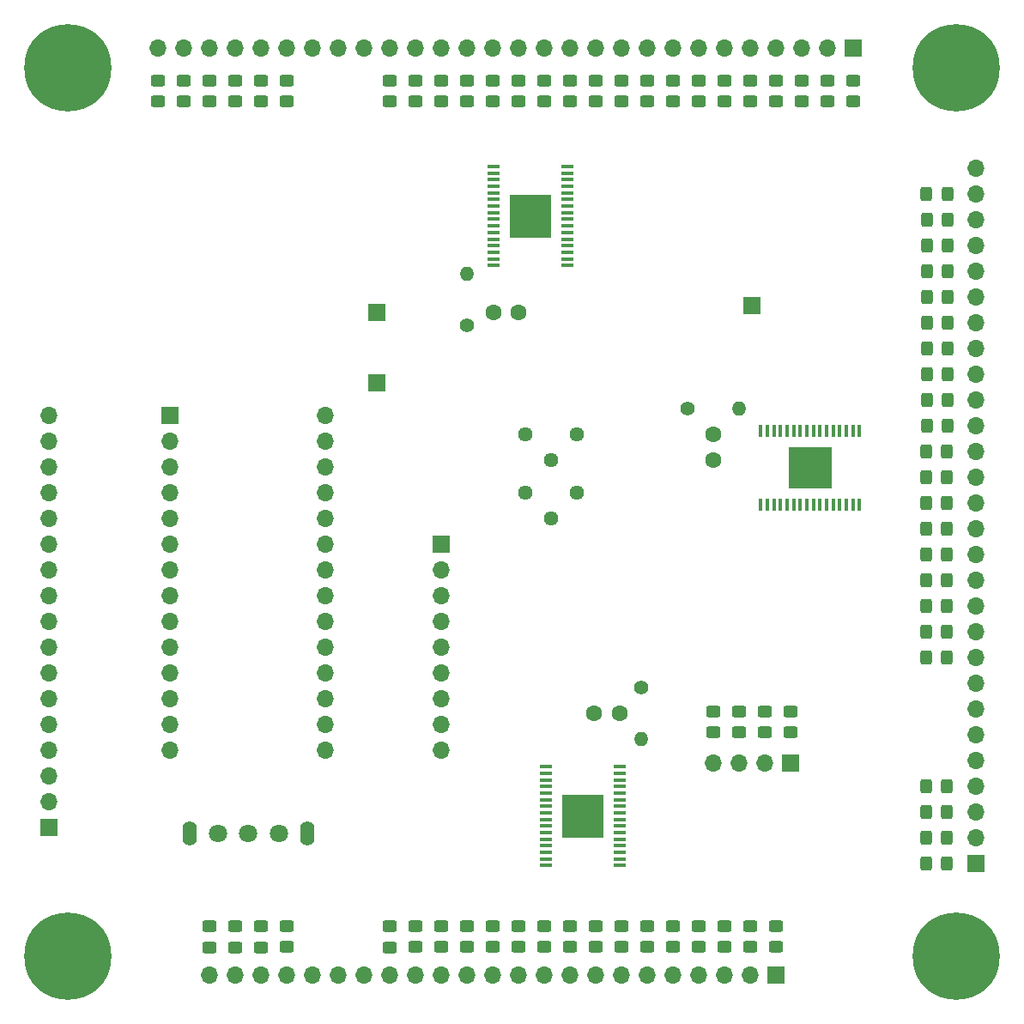
<source format=gbr>
%TF.GenerationSoftware,KiCad,Pcbnew,7.0.7*%
%TF.CreationDate,2025-03-05T11:48:48-06:00*%
%TF.ProjectId,LED-100,4c45442d-3130-4302-9e6b-696361645f70,rev?*%
%TF.SameCoordinates,Original*%
%TF.FileFunction,Soldermask,Top*%
%TF.FilePolarity,Negative*%
%FSLAX46Y46*%
G04 Gerber Fmt 4.6, Leading zero omitted, Abs format (unit mm)*
G04 Created by KiCad (PCBNEW 7.0.7) date 2025-03-05 11:48:48*
%MOMM*%
%LPD*%
G01*
G04 APERTURE LIST*
G04 Aperture macros list*
%AMRoundRect*
0 Rectangle with rounded corners*
0 $1 Rounding radius*
0 $2 $3 $4 $5 $6 $7 $8 $9 X,Y pos of 4 corners*
0 Add a 4 corners polygon primitive as box body*
4,1,4,$2,$3,$4,$5,$6,$7,$8,$9,$2,$3,0*
0 Add four circle primitives for the rounded corners*
1,1,$1+$1,$2,$3*
1,1,$1+$1,$4,$5*
1,1,$1+$1,$6,$7*
1,1,$1+$1,$8,$9*
0 Add four rect primitives between the rounded corners*
20,1,$1+$1,$2,$3,$4,$5,0*
20,1,$1+$1,$4,$5,$6,$7,0*
20,1,$1+$1,$6,$7,$8,$9,0*
20,1,$1+$1,$8,$9,$2,$3,0*%
G04 Aperture macros list end*
%ADD10RoundRect,0.250000X-0.450000X0.325000X-0.450000X-0.325000X0.450000X-0.325000X0.450000X0.325000X0*%
%ADD11RoundRect,0.250000X-0.325000X-0.450000X0.325000X-0.450000X0.325000X0.450000X-0.325000X0.450000X0*%
%ADD12C,1.440000*%
%ADD13C,1.600000*%
%ADD14RoundRect,0.250000X0.450000X-0.325000X0.450000X0.325000X-0.450000X0.325000X-0.450000X-0.325000X0*%
%ADD15C,4.700000*%
%ADD16C,8.600000*%
%ADD17R,4.360000X4.110000*%
%ADD18R,0.400000X1.200000*%
%ADD19R,1.700000X1.700000*%
%ADD20O,1.700000X1.700000*%
%ADD21O,1.400000X2.400000*%
%ADD22C,1.800000*%
%ADD23R,4.110000X4.360000*%
%ADD24R,1.200000X0.400000*%
%ADD25C,1.400000*%
%ADD26O,1.400000X1.400000*%
G04 APERTURE END LIST*
D10*
%TO.C,D3b1*%
X44450000Y-110744000D03*
X44450000Y-112794000D03*
%TD*%
%TO.C,D33*%
X69850000Y-110726000D03*
X69850000Y-112776000D03*
%TD*%
%TO.C,D16*%
X41910000Y-110744000D03*
X41910000Y-112794000D03*
%TD*%
%TO.C,D43*%
X80010000Y-110726000D03*
X80010000Y-112776000D03*
%TD*%
D11*
%TO.C,D49*%
X110065600Y-63906400D03*
X112115600Y-63906400D03*
%TD*%
D12*
%TO.C,RV2*%
X75565000Y-62230000D03*
X73025000Y-64770000D03*
X70485000Y-62230000D03*
%TD*%
D10*
%TO.C,D18*%
X46990000Y-110735000D03*
X46990000Y-112785000D03*
%TD*%
D13*
%TO.C,C3*%
X89060403Y-62230000D03*
X89060403Y-64730000D03*
%TD*%
D10*
%TO.C,D19*%
X59690000Y-110726000D03*
X59690000Y-112776000D03*
%TD*%
D14*
%TO.C,D26*%
X87630000Y-29337000D03*
X87630000Y-27287000D03*
%TD*%
D10*
%TO.C,D71*%
X91567000Y-89535000D03*
X91567000Y-91585000D03*
%TD*%
D11*
%TO.C,D36*%
X110100000Y-41046400D03*
X112150000Y-41046400D03*
%TD*%
%TO.C,D55*%
X110014800Y-84226400D03*
X112064800Y-84226400D03*
%TD*%
%TO.C,D50*%
X110014800Y-76606400D03*
X112064800Y-76606400D03*
%TD*%
D10*
%TO.C,D31*%
X92710000Y-110735000D03*
X92710000Y-112785000D03*
%TD*%
D14*
%TO.C,D34*%
X100330000Y-29337000D03*
X100330000Y-27287000D03*
%TD*%
D11*
%TO.C,D52a1*%
X110014800Y-74066400D03*
X112064800Y-74066400D03*
%TD*%
%TO.C,D46*%
X110116400Y-61366400D03*
X112166400Y-61366400D03*
%TD*%
%TO.C,D38*%
X110100000Y-43586400D03*
X112150000Y-43586400D03*
%TD*%
%TO.C,D54*%
X110014800Y-79146400D03*
X112064800Y-79146400D03*
%TD*%
D15*
%TO.C,H2*%
X113030000Y-26035000D03*
D16*
X113030000Y-26035000D03*
%TD*%
D11*
%TO.C,D42*%
X110116400Y-53746400D03*
X112166400Y-53746400D03*
%TD*%
D17*
%TO.C,U3*%
X98605000Y-65538480D03*
D18*
X93730000Y-69188480D03*
X94380000Y-69188480D03*
X95030000Y-69188480D03*
X95680000Y-69188480D03*
X96330000Y-69188480D03*
X96980000Y-69188480D03*
X97630000Y-69188480D03*
X98280000Y-69188480D03*
X98930000Y-69188480D03*
X99580000Y-69188480D03*
X100230000Y-69188480D03*
X100880000Y-69188480D03*
X101530000Y-69188480D03*
X102180000Y-69188480D03*
X102830000Y-69188480D03*
X103480000Y-69188480D03*
X103480000Y-61888480D03*
X102830000Y-61888480D03*
X102180000Y-61888480D03*
X101530000Y-61888480D03*
X100880000Y-61888480D03*
X100230000Y-61888480D03*
X99580000Y-61888480D03*
X98930000Y-61888480D03*
X98280000Y-61888480D03*
X97630000Y-61888480D03*
X96980000Y-61888480D03*
X96330000Y-61888480D03*
X95680000Y-61888480D03*
X95030000Y-61888480D03*
X94380000Y-61888480D03*
X93730000Y-61888480D03*
%TD*%
D13*
%TO.C,C2*%
X79802663Y-89717247D03*
X77302663Y-89717247D03*
%TD*%
D10*
%TO.C,D30*%
X82550000Y-110726000D03*
X82550000Y-112776000D03*
%TD*%
D19*
%TO.C,J7*%
X92870403Y-49530000D03*
%TD*%
D14*
%TO.C,D1*%
X44450000Y-29355000D03*
X44450000Y-27305000D03*
%TD*%
%TO.C,D27*%
X82550000Y-29337000D03*
X82550000Y-27287000D03*
%TD*%
%TO.C,D14*%
X59690000Y-29337000D03*
X59690000Y-27287000D03*
%TD*%
D11*
%TO.C,D44*%
X110116400Y-58826400D03*
X112166400Y-58826400D03*
%TD*%
D14*
%TO.C,D17*%
X77470000Y-29337000D03*
X77470000Y-27287000D03*
%TD*%
D11*
%TO.C,D51*%
X110065600Y-68986400D03*
X112115600Y-68986400D03*
%TD*%
D10*
%TO.C,D15*%
X39370000Y-110744000D03*
X39370000Y-112794000D03*
%TD*%
D14*
%TO.C,D23a1*%
X95250000Y-29355000D03*
X95250000Y-27305000D03*
%TD*%
D10*
%TO.C,D70*%
X94132400Y-89535000D03*
X94132400Y-91585000D03*
%TD*%
D11*
%TO.C,D39a1*%
X110100000Y-46126400D03*
X112150000Y-46126400D03*
%TD*%
D19*
%TO.C,J4*%
X23495000Y-100965000D03*
D20*
X23495000Y-98425000D03*
X23495000Y-95885000D03*
X23495000Y-93345000D03*
X23495000Y-90805000D03*
X23495000Y-88265000D03*
X23495000Y-85725000D03*
X23495000Y-83185000D03*
X23495000Y-80645000D03*
X23495000Y-78105000D03*
X23495000Y-75565000D03*
X23495000Y-73025000D03*
X23495000Y-70485000D03*
X23495000Y-67945000D03*
X23495000Y-65405000D03*
X23495000Y-62865000D03*
X23495000Y-60325000D03*
%TD*%
D10*
%TO.C,D53b1*%
X90170000Y-110726000D03*
X90170000Y-112776000D03*
%TD*%
D14*
%TO.C,D2*%
X41910000Y-29355000D03*
X41910000Y-27305000D03*
%TD*%
D19*
%TO.C,J6*%
X62230000Y-73025000D03*
D20*
X62230000Y-75565000D03*
X62230000Y-78105000D03*
X62230000Y-80645000D03*
X62230000Y-83185000D03*
X62230000Y-85725000D03*
X62230000Y-88265000D03*
X62230000Y-90805000D03*
X62230000Y-93345000D03*
%TD*%
D14*
%TO.C,D9*%
X69850000Y-29337000D03*
X69850000Y-27287000D03*
%TD*%
D15*
%TO.C,H1*%
X25400000Y-26035000D03*
D16*
X25400000Y-26035000D03*
%TD*%
D14*
%TO.C,D25*%
X90170000Y-29337000D03*
X90170000Y-27287000D03*
%TD*%
D21*
%TO.C,SW1*%
X37380000Y-101600000D03*
X48980000Y-101600000D03*
D22*
X40180000Y-101600000D03*
X43180000Y-101600000D03*
X46180000Y-101600000D03*
%TD*%
D13*
%TO.C,C1*%
X67350000Y-50165000D03*
X69850000Y-50165000D03*
%TD*%
D14*
%TO.C,D29*%
X102870000Y-29355000D03*
X102870000Y-27305000D03*
%TD*%
D11*
%TO.C,D40a1*%
X110116400Y-51206400D03*
X112166400Y-51206400D03*
%TD*%
%TO.C,D37*%
X110100000Y-48666400D03*
X112150000Y-48666400D03*
%TD*%
%TO.C,D48*%
X110065600Y-66446400D03*
X112115600Y-66446400D03*
%TD*%
D10*
%TO.C,D21b1*%
X67310000Y-110726000D03*
X67310000Y-112776000D03*
%TD*%
%TO.C,D72*%
X89027000Y-89535000D03*
X89027000Y-91585000D03*
%TD*%
D14*
%TO.C,D12*%
X57150000Y-29337000D03*
X57150000Y-27287000D03*
%TD*%
%TO.C,D24*%
X92710000Y-29337000D03*
X92710000Y-27287000D03*
%TD*%
D10*
%TO.C,D45*%
X95250000Y-110735000D03*
X95250000Y-112785000D03*
%TD*%
D19*
%TO.C,TP1*%
X55880000Y-57150000D03*
%TD*%
D11*
%TO.C,D41*%
X110100000Y-56261000D03*
X112150000Y-56261000D03*
%TD*%
%TO.C,D58*%
X110014800Y-102006400D03*
X112064800Y-102006400D03*
%TD*%
D14*
%TO.C,D22*%
X80010000Y-29337000D03*
X80010000Y-27287000D03*
%TD*%
%TO.C,D20*%
X72390000Y-29337000D03*
X72390000Y-27287000D03*
%TD*%
D10*
%TO.C,D5*%
X57150000Y-110744000D03*
X57150000Y-112794000D03*
%TD*%
D19*
%TO.C,J3*%
X114965000Y-104545000D03*
D20*
X114965000Y-102005000D03*
X114965000Y-99465000D03*
X114965000Y-96925000D03*
X114965000Y-94385000D03*
X114965000Y-91845000D03*
X114965000Y-89305000D03*
X114965000Y-86765000D03*
X114965000Y-84225000D03*
X114965000Y-81685000D03*
X114965000Y-79145000D03*
X114965000Y-76605000D03*
X114965000Y-74065000D03*
X114965000Y-71525000D03*
X114965000Y-68985000D03*
X114965000Y-66445000D03*
X114965000Y-63905000D03*
X114965000Y-61365000D03*
X114965000Y-58825000D03*
X114965000Y-56285000D03*
X114965000Y-53745000D03*
X114965000Y-51205000D03*
X114965000Y-48665000D03*
X114965000Y-46125000D03*
X114965000Y-43585000D03*
X114965000Y-41045000D03*
X114965000Y-38505000D03*
X114965000Y-35965000D03*
%TD*%
D14*
%TO.C,D3a1*%
X39370000Y-29355000D03*
X39370000Y-27305000D03*
%TD*%
D10*
%TO.C,D52b1*%
X87630000Y-110726000D03*
X87630000Y-112776000D03*
%TD*%
D11*
%TO.C,D32*%
X110091000Y-38481000D03*
X112141000Y-38481000D03*
%TD*%
D10*
%TO.C,D7b1*%
X64770000Y-110726000D03*
X64770000Y-112776000D03*
%TD*%
D23*
%TO.C,U2*%
X76200000Y-99875000D03*
D24*
X72550000Y-95000000D03*
X72550000Y-95650000D03*
X72550000Y-96300000D03*
X72550000Y-96950000D03*
X72550000Y-97600000D03*
X72550000Y-98250000D03*
X72550000Y-98900000D03*
X72550000Y-99550000D03*
X72550000Y-100200000D03*
X72550000Y-100850000D03*
X72550000Y-101500000D03*
X72550000Y-102150000D03*
X72550000Y-102800000D03*
X72550000Y-103450000D03*
X72550000Y-104100000D03*
X72550000Y-104750000D03*
X79850000Y-104750000D03*
X79850000Y-104100000D03*
X79850000Y-103450000D03*
X79850000Y-102800000D03*
X79850000Y-102150000D03*
X79850000Y-101500000D03*
X79850000Y-100850000D03*
X79850000Y-100200000D03*
X79850000Y-99550000D03*
X79850000Y-98900000D03*
X79850000Y-98250000D03*
X79850000Y-97600000D03*
X79850000Y-96950000D03*
X79850000Y-96300000D03*
X79850000Y-95650000D03*
X79850000Y-95000000D03*
%TD*%
D11*
%TO.C,D60*%
X110014800Y-99466400D03*
X112064800Y-99466400D03*
%TD*%
D19*
%TO.C,J2*%
X95250000Y-115570000D03*
D20*
X92710000Y-115570000D03*
X90170000Y-115570000D03*
X87630000Y-115570000D03*
X85090000Y-115570000D03*
X82550000Y-115570000D03*
X80010000Y-115570000D03*
X77470000Y-115570000D03*
X74930000Y-115570000D03*
X72390000Y-115570000D03*
X69850000Y-115570000D03*
X67310000Y-115570000D03*
X64770000Y-115570000D03*
X62230000Y-115570000D03*
X59690000Y-115570000D03*
X57150000Y-115570000D03*
X54610000Y-115570000D03*
X52070000Y-115570000D03*
X49530000Y-115570000D03*
X46990000Y-115570000D03*
X44450000Y-115570000D03*
X41910000Y-115570000D03*
X39370000Y-115570000D03*
%TD*%
D19*
%TO.C,J5*%
X96653480Y-94615000D03*
D20*
X94113480Y-94615000D03*
X91573480Y-94615000D03*
X89033480Y-94615000D03*
%TD*%
D15*
%TO.C,H4*%
X113030000Y-113665000D03*
D16*
X113030000Y-113665000D03*
%TD*%
D11*
%TO.C,D59*%
X110014800Y-96926400D03*
X112064800Y-96926400D03*
%TD*%
%TO.C,D56*%
X110014800Y-81686400D03*
X112064800Y-81686400D03*
%TD*%
D12*
%TO.C,RV1*%
X75565000Y-67945000D03*
X73025000Y-70485000D03*
X70485000Y-67945000D03*
%TD*%
D10*
%TO.C,D39b1*%
X85090000Y-110726000D03*
X85090000Y-112776000D03*
%TD*%
%TO.C,D47*%
X72390000Y-110726000D03*
X72390000Y-112776000D03*
%TD*%
D14*
%TO.C,D10*%
X67310000Y-29337000D03*
X67310000Y-27287000D03*
%TD*%
D11*
%TO.C,D57*%
X110014800Y-104546400D03*
X112064800Y-104546400D03*
%TD*%
D10*
%TO.C,D23b1*%
X77470000Y-110726000D03*
X77470000Y-112776000D03*
%TD*%
D14*
%TO.C,D11*%
X64770000Y-29337000D03*
X64770000Y-27287000D03*
%TD*%
%TO.C,D13*%
X62230000Y-29337000D03*
X62230000Y-27287000D03*
%TD*%
%TO.C,D28*%
X85090000Y-29337000D03*
X85090000Y-27287000D03*
%TD*%
%TO.C,D35*%
X97790000Y-29337000D03*
X97790000Y-27287000D03*
%TD*%
D10*
%TO.C,D40b1*%
X74930000Y-110726000D03*
X74930000Y-112776000D03*
%TD*%
D19*
%TO.C,TP2*%
X55880000Y-50165000D03*
%TD*%
D14*
%TO.C,D4*%
X34290000Y-29355000D03*
X34290000Y-27305000D03*
%TD*%
D19*
%TO.C,J1*%
X102870000Y-24130000D03*
D20*
X100330000Y-24130000D03*
X97790000Y-24130000D03*
X95250000Y-24130000D03*
X92710000Y-24130000D03*
X90170000Y-24130000D03*
X87630000Y-24130000D03*
X85090000Y-24130000D03*
X82550000Y-24130000D03*
X80010000Y-24130000D03*
X77470000Y-24130000D03*
X74930000Y-24130000D03*
X72390000Y-24130000D03*
X69850000Y-24130000D03*
X67310000Y-24130000D03*
X64770000Y-24130000D03*
X62230000Y-24130000D03*
X59690000Y-24130000D03*
X57150000Y-24130000D03*
X54610000Y-24130000D03*
X52070000Y-24130000D03*
X49530000Y-24130000D03*
X46990000Y-24130000D03*
X44450000Y-24130000D03*
X41910000Y-24130000D03*
X39370000Y-24130000D03*
X36830000Y-24130000D03*
X34290000Y-24130000D03*
%TD*%
D11*
%TO.C,D53a1*%
X110014800Y-71526400D03*
X112064800Y-71526400D03*
%TD*%
D23*
%TO.C,U1*%
X71023480Y-40670000D03*
D24*
X74673480Y-45545000D03*
X74673480Y-44895000D03*
X74673480Y-44245000D03*
X74673480Y-43595000D03*
X74673480Y-42945000D03*
X74673480Y-42295000D03*
X74673480Y-41645000D03*
X74673480Y-40995000D03*
X74673480Y-40345000D03*
X74673480Y-39695000D03*
X74673480Y-39045000D03*
X74673480Y-38395000D03*
X74673480Y-37745000D03*
X74673480Y-37095000D03*
X74673480Y-36445000D03*
X74673480Y-35795000D03*
X67373480Y-35795000D03*
X67373480Y-36445000D03*
X67373480Y-37095000D03*
X67373480Y-37745000D03*
X67373480Y-38395000D03*
X67373480Y-39045000D03*
X67373480Y-39695000D03*
X67373480Y-40345000D03*
X67373480Y-40995000D03*
X67373480Y-41645000D03*
X67373480Y-42295000D03*
X67373480Y-42945000D03*
X67373480Y-43595000D03*
X67373480Y-44245000D03*
X67373480Y-44895000D03*
X67373480Y-45545000D03*
%TD*%
D10*
%TO.C,D69*%
X96672400Y-89535000D03*
X96672400Y-91585000D03*
%TD*%
D25*
%TO.C,R3*%
X86520403Y-59690000D03*
D26*
X91600403Y-59690000D03*
%TD*%
D19*
%TO.C,U4*%
X35481842Y-60325000D03*
D20*
X35481842Y-62865000D03*
X35481842Y-65405000D03*
X35481842Y-67945000D03*
X35481842Y-70485000D03*
X35481842Y-73025000D03*
X35481842Y-75565000D03*
X35481842Y-78105000D03*
X35481842Y-80645000D03*
X35481842Y-83185000D03*
X35481842Y-85725000D03*
X35481842Y-88265000D03*
X35481842Y-90805000D03*
X35481842Y-93345000D03*
X50800000Y-93345000D03*
X50800000Y-90805000D03*
X50800000Y-88265000D03*
X50800000Y-85725000D03*
X50800000Y-83185000D03*
X50800000Y-80645000D03*
X50800000Y-78105000D03*
X50800000Y-75565000D03*
X50800000Y-73025000D03*
X50800000Y-70485000D03*
X50800000Y-67945000D03*
X50800000Y-65405000D03*
X50800000Y-62865000D03*
X50800000Y-60325000D03*
%TD*%
D14*
%TO.C,D7a1*%
X36830000Y-29355000D03*
X36830000Y-27305000D03*
%TD*%
D25*
%TO.C,R2*%
X81915000Y-87199559D03*
D26*
X81915000Y-92279559D03*
%TD*%
D14*
%TO.C,D21a1*%
X74930000Y-29355000D03*
X74930000Y-27305000D03*
%TD*%
%TO.C,D8*%
X46990000Y-29355000D03*
X46990000Y-27305000D03*
%TD*%
D10*
%TO.C,D6*%
X62230000Y-110735000D03*
X62230000Y-112785000D03*
%TD*%
D15*
%TO.C,H3*%
X25400000Y-113665000D03*
D16*
X25400000Y-113665000D03*
%TD*%
D25*
%TO.C,R1*%
X64770000Y-51435000D03*
D26*
X64770000Y-46355000D03*
%TD*%
M02*

</source>
